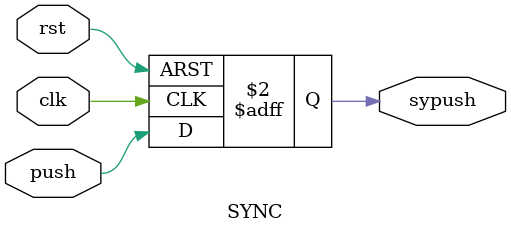
<source format=v>
module SYNC(sypush,push,clk,rst);
	input push,clk,rst;
	output sypush;
	wire push,clk,rst;
	reg sypush;

	always @(posedge clk or posedge rst)
	begin
		if (rst) sypush <=0;
		else sypush <=push;
	end
endmodule
</source>
